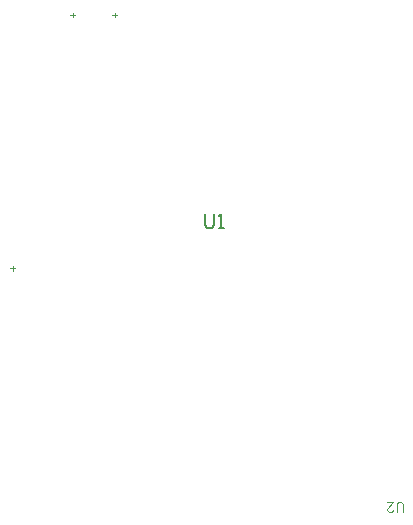
<source format=gm1>
G04*
G04 #@! TF.GenerationSoftware,Altium Limited,Altium Designer,19.1.7 (138)*
G04*
G04 Layer_Color=16711935*
%FSLAX25Y25*%
%MOIN*%
G70*
G01*
G75*
%ADD13C,0.00394*%
%ADD58C,0.00591*%
D13*
X35500Y184642D02*
Y186216D01*
X34713Y185429D02*
X36287D01*
X49500Y184642D02*
Y186216D01*
X48713Y185429D02*
X50287D01*
X14713Y100929D02*
X16287D01*
X15500Y100142D02*
Y101716D01*
X145500Y19781D02*
Y22404D01*
X144975Y22929D01*
X143926D01*
X143401Y22404D01*
Y19781D01*
X140252Y22929D02*
X142351D01*
X140252Y20830D01*
Y20305D01*
X140777Y19781D01*
X141827D01*
X142351Y20305D01*
D58*
X79493Y119199D02*
Y115264D01*
X80281Y114476D01*
X81855D01*
X82642Y115264D01*
Y119199D01*
X84216Y114476D02*
X85791D01*
X85004D01*
Y119199D01*
X84216Y118412D01*
M02*

</source>
